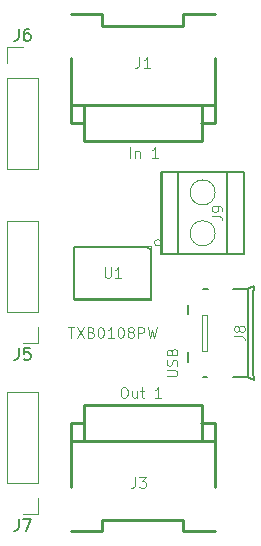
<source format=gbr>
G04 #@! TF.GenerationSoftware,KiCad,Pcbnew,5.0.1*
G04 #@! TF.CreationDate,2018-11-17T00:42:23+11:00*
G04 #@! TF.ProjectId,grove-level-shifter,67726F76652D6C6576656C2D73686966,rev?*
G04 #@! TF.SameCoordinates,Original*
G04 #@! TF.FileFunction,Legend,Top*
G04 #@! TF.FilePolarity,Positive*
%FSLAX46Y46*%
G04 Gerber Fmt 4.6, Leading zero omitted, Abs format (unit mm)*
G04 Created by KiCad (PCBNEW 5.0.1) date Sat 17 Nov 2018 00:42:23 AEDT*
%MOMM*%
%LPD*%
G01*
G04 APERTURE LIST*
%ADD10C,0.254000*%
%ADD11C,0.120000*%
%ADD12C,0.127000*%
%ADD13C,0.066040*%
%ADD14C,0.063500*%
%ADD15C,0.100000*%
%ADD16C,0.101600*%
%ADD17C,0.150000*%
G04 APERTURE END LIST*
D10*
G04 #@! TO.C,J1*
X44038520Y-26360120D02*
X46639480Y-26360120D01*
X44038520Y-27360880D02*
X44038520Y-26360120D01*
X37241480Y-27360880D02*
X44038520Y-27360880D01*
X37241480Y-26360120D02*
X37241480Y-27360880D01*
X34640520Y-26360120D02*
X37241480Y-26360120D01*
X44038520Y-27360880D02*
X44038520Y-26360120D01*
X37241480Y-27360880D02*
X44038520Y-27360880D01*
X37241480Y-26360120D02*
X37241480Y-27360880D01*
X35641280Y-37058600D02*
X35641280Y-35361880D01*
X45638720Y-37058600D02*
X35641280Y-37058600D01*
X45638720Y-35460940D02*
X45638720Y-37058600D01*
X46738540Y-30096460D02*
X46738540Y-35460940D01*
X34541460Y-30096460D02*
X34541460Y-35361880D01*
X46738540Y-34061400D02*
X46738540Y-30096460D01*
X34541460Y-34061400D02*
X34541460Y-30096460D01*
X45613320Y-35560000D02*
X46692820Y-35560000D01*
X34587180Y-35560000D02*
X35666680Y-35560000D01*
X46738540Y-35560000D02*
X46738540Y-34061400D01*
X45638720Y-35560000D02*
X46738540Y-35560000D01*
X45638720Y-34061400D02*
X45638720Y-35560000D01*
X35641280Y-34061400D02*
X45638720Y-34061400D01*
X35641280Y-35560000D02*
X35641280Y-34061400D01*
X34541460Y-35560000D02*
X35641280Y-35560000D01*
X34541460Y-34061400D02*
X34541460Y-35560000D01*
X44038520Y-26360120D02*
X46738540Y-26360120D01*
X34541460Y-26360120D02*
X37241480Y-26360120D01*
X45638720Y-34061400D02*
X46738540Y-34061400D01*
X34541460Y-34061400D02*
X35641280Y-34061400D01*
G04 #@! TO.C,J3*
X37241480Y-70159880D02*
X34640520Y-70159880D01*
X37241480Y-69159120D02*
X37241480Y-70159880D01*
X44038520Y-69159120D02*
X37241480Y-69159120D01*
X44038520Y-70159880D02*
X44038520Y-69159120D01*
X46639480Y-70159880D02*
X44038520Y-70159880D01*
X37241480Y-69159120D02*
X37241480Y-70159880D01*
X44038520Y-69159120D02*
X37241480Y-69159120D01*
X44038520Y-70159880D02*
X44038520Y-69159120D01*
X45638720Y-59461400D02*
X45638720Y-61158120D01*
X35641280Y-59461400D02*
X45638720Y-59461400D01*
X35641280Y-61059060D02*
X35641280Y-59461400D01*
X34541460Y-66423540D02*
X34541460Y-61059060D01*
X46738540Y-66423540D02*
X46738540Y-61158120D01*
X34541460Y-62458600D02*
X34541460Y-66423540D01*
X46738540Y-62458600D02*
X46738540Y-66423540D01*
X35666680Y-60960000D02*
X34587180Y-60960000D01*
X46692820Y-60960000D02*
X45613320Y-60960000D01*
X34541460Y-60960000D02*
X34541460Y-62458600D01*
X35641280Y-60960000D02*
X34541460Y-60960000D01*
X35641280Y-62458600D02*
X35641280Y-60960000D01*
X45638720Y-62458600D02*
X35641280Y-62458600D01*
X45638720Y-60960000D02*
X45638720Y-62458600D01*
X46738540Y-60960000D02*
X45638720Y-60960000D01*
X46738540Y-62458600D02*
X46738540Y-60960000D01*
X37241480Y-70159880D02*
X34541460Y-70159880D01*
X46738540Y-70159880D02*
X44038520Y-70159880D01*
X35641280Y-62458600D02*
X34541460Y-62458600D01*
X46738540Y-62458600D02*
X45638720Y-62458600D01*
D11*
G04 #@! TO.C,J5*
X31810000Y-54162000D02*
X30480000Y-54162000D01*
X31810000Y-52832000D02*
X31810000Y-54162000D01*
X31810000Y-51562000D02*
X29150000Y-51562000D01*
X29150000Y-51562000D02*
X29150000Y-43882000D01*
X31810000Y-51562000D02*
X31810000Y-43882000D01*
X31810000Y-43882000D02*
X29150000Y-43882000D01*
G04 #@! TO.C,J6*
X29150000Y-29150000D02*
X30480000Y-29150000D01*
X29150000Y-30480000D02*
X29150000Y-29150000D01*
X29150000Y-31750000D02*
X31810000Y-31750000D01*
X31810000Y-31750000D02*
X31810000Y-39430000D01*
X29150000Y-31750000D02*
X29150000Y-39430000D01*
X29150000Y-39430000D02*
X31810000Y-39430000D01*
G04 #@! TO.C,J7*
X31810000Y-58360000D02*
X29150000Y-58360000D01*
X31810000Y-66040000D02*
X31810000Y-58360000D01*
X29150000Y-66040000D02*
X29150000Y-58360000D01*
X31810000Y-66040000D02*
X29150000Y-66040000D01*
X31810000Y-67310000D02*
X31810000Y-68640000D01*
X31810000Y-68640000D02*
X30480000Y-68640000D01*
D12*
G04 #@! TO.C,J8*
X46047660Y-57038240D02*
X45747940Y-57038240D01*
X49448720Y-57038240D02*
X48249840Y-57038240D01*
X48249840Y-49641760D02*
X49448720Y-49641760D01*
X45747940Y-49641760D02*
X46149260Y-49641760D01*
X44450000Y-51742340D02*
X44450000Y-50942240D01*
X44450000Y-54937660D02*
X44450000Y-55839360D01*
X49949100Y-50142140D02*
X50048160Y-49342040D01*
X49949100Y-56639460D02*
X50048160Y-57337960D01*
X49949100Y-56639460D02*
X49949100Y-50142140D01*
X49547780Y-57038240D02*
X49547780Y-49641760D01*
X49448720Y-49641760D02*
X50048160Y-49342040D01*
X49448720Y-57038240D02*
X50048160Y-57337960D01*
D13*
X46047660Y-54838600D02*
X45648880Y-54838600D01*
X45648880Y-54838600D02*
X45648880Y-51841400D01*
X46047660Y-51841400D02*
X45648880Y-51841400D01*
X46047660Y-54838600D02*
X46047660Y-51841400D01*
D14*
G04 #@! TO.C,J9*
X46779670Y-41450260D02*
G75*
G03X46779670Y-41450260I-1059670J0D01*
G01*
X46779670Y-44909740D02*
G75*
G03X46779670Y-44909740I-1059670J0D01*
G01*
D12*
X47818040Y-46677580D02*
X47818040Y-39682420D01*
X43621960Y-46677580D02*
X43621960Y-39682420D01*
X43621960Y-46677580D02*
X42222420Y-46677580D01*
X47818040Y-46677580D02*
X43621960Y-46677580D01*
X49217580Y-46677580D02*
X47818040Y-46677580D01*
X49217580Y-39682420D02*
X49217580Y-46677580D01*
X47818040Y-39682420D02*
X49217580Y-39682420D01*
X43621960Y-39682420D02*
X47818040Y-39682420D01*
X42222420Y-39682420D02*
X43621960Y-39682420D01*
X42222420Y-46677580D02*
X42222420Y-39682420D01*
D13*
X49149000Y-46609000D02*
X42291000Y-46609000D01*
X42291000Y-46609000D02*
X42291000Y-39751000D01*
X49149000Y-39751000D02*
X42291000Y-39751000D01*
X49149000Y-46609000D02*
X49149000Y-39751000D01*
D15*
G04 #@! TO.C,U1*
X42179408Y-45720000D02*
G75*
G03X42179408Y-45720000I-269408J0D01*
G01*
D12*
X41348660Y-46365160D02*
X41348660Y-50459640D01*
X41043860Y-46060360D02*
X41348660Y-46365160D01*
X34851340Y-46060360D02*
X41043860Y-46060360D01*
X34851340Y-50459640D02*
X34851340Y-46060360D01*
X41348660Y-50459640D02*
X34851340Y-50459640D01*
D13*
X41348660Y-45986700D02*
X41348660Y-50533300D01*
X41348660Y-50533300D02*
X34851340Y-50533300D01*
X34851340Y-45986700D02*
X34851340Y-50533300D01*
X41348660Y-45986700D02*
X34851340Y-45986700D01*
G04 #@! TO.C,J1*
D16*
X40343666Y-29993166D02*
X40343666Y-30628166D01*
X40301333Y-30755166D01*
X40216666Y-30839833D01*
X40089666Y-30882166D01*
X40005000Y-30882166D01*
X41232666Y-30882166D02*
X40724666Y-30882166D01*
X40978666Y-30882166D02*
X40978666Y-29993166D01*
X40894000Y-30120166D01*
X40809333Y-30204833D01*
X40724666Y-30247166D01*
X39602833Y-38502166D02*
X39602833Y-37613166D01*
X40026166Y-37909500D02*
X40026166Y-38502166D01*
X40026166Y-37994166D02*
X40068500Y-37951833D01*
X40153166Y-37909500D01*
X40280166Y-37909500D01*
X40364833Y-37951833D01*
X40407166Y-38036500D01*
X40407166Y-38502166D01*
X41973500Y-38502166D02*
X41465500Y-38502166D01*
X41719500Y-38502166D02*
X41719500Y-37613166D01*
X41634833Y-37740166D01*
X41550166Y-37824833D01*
X41465500Y-37867166D01*
G04 #@! TO.C,J3*
X40026166Y-65553166D02*
X40026166Y-66188166D01*
X39983833Y-66315166D01*
X39899166Y-66399833D01*
X39772166Y-66442166D01*
X39687500Y-66442166D01*
X40364833Y-65553166D02*
X40915166Y-65553166D01*
X40618833Y-65891833D01*
X40745833Y-65891833D01*
X40830500Y-65934166D01*
X40872833Y-65976500D01*
X40915166Y-66061166D01*
X40915166Y-66272833D01*
X40872833Y-66357500D01*
X40830500Y-66399833D01*
X40745833Y-66442166D01*
X40491833Y-66442166D01*
X40407166Y-66399833D01*
X40364833Y-66357500D01*
X39010166Y-57933166D02*
X39179500Y-57933166D01*
X39264166Y-57975500D01*
X39348833Y-58060166D01*
X39391166Y-58229500D01*
X39391166Y-58525833D01*
X39348833Y-58695166D01*
X39264166Y-58779833D01*
X39179500Y-58822166D01*
X39010166Y-58822166D01*
X38925500Y-58779833D01*
X38840833Y-58695166D01*
X38798500Y-58525833D01*
X38798500Y-58229500D01*
X38840833Y-58060166D01*
X38925500Y-57975500D01*
X39010166Y-57933166D01*
X40153166Y-58229500D02*
X40153166Y-58822166D01*
X39772166Y-58229500D02*
X39772166Y-58695166D01*
X39814500Y-58779833D01*
X39899166Y-58822166D01*
X40026166Y-58822166D01*
X40110833Y-58779833D01*
X40153166Y-58737500D01*
X40449500Y-58229500D02*
X40788166Y-58229500D01*
X40576500Y-57933166D02*
X40576500Y-58695166D01*
X40618833Y-58779833D01*
X40703500Y-58822166D01*
X40788166Y-58822166D01*
X42227500Y-58822166D02*
X41719500Y-58822166D01*
X41973500Y-58822166D02*
X41973500Y-57933166D01*
X41888833Y-58060166D01*
X41804166Y-58144833D01*
X41719500Y-58187166D01*
G04 #@! TO.C,J5*
D17*
X30146666Y-54614380D02*
X30146666Y-55328666D01*
X30099047Y-55471523D01*
X30003809Y-55566761D01*
X29860952Y-55614380D01*
X29765714Y-55614380D01*
X31099047Y-54614380D02*
X30622857Y-54614380D01*
X30575238Y-55090571D01*
X30622857Y-55042952D01*
X30718095Y-54995333D01*
X30956190Y-54995333D01*
X31051428Y-55042952D01*
X31099047Y-55090571D01*
X31146666Y-55185809D01*
X31146666Y-55423904D01*
X31099047Y-55519142D01*
X31051428Y-55566761D01*
X30956190Y-55614380D01*
X30718095Y-55614380D01*
X30622857Y-55566761D01*
X30575238Y-55519142D01*
G04 #@! TO.C,J6*
X30146666Y-27602380D02*
X30146666Y-28316666D01*
X30099047Y-28459523D01*
X30003809Y-28554761D01*
X29860952Y-28602380D01*
X29765714Y-28602380D01*
X31051428Y-27602380D02*
X30860952Y-27602380D01*
X30765714Y-27650000D01*
X30718095Y-27697619D01*
X30622857Y-27840476D01*
X30575238Y-28030952D01*
X30575238Y-28411904D01*
X30622857Y-28507142D01*
X30670476Y-28554761D01*
X30765714Y-28602380D01*
X30956190Y-28602380D01*
X31051428Y-28554761D01*
X31099047Y-28507142D01*
X31146666Y-28411904D01*
X31146666Y-28173809D01*
X31099047Y-28078571D01*
X31051428Y-28030952D01*
X30956190Y-27983333D01*
X30765714Y-27983333D01*
X30670476Y-28030952D01*
X30622857Y-28078571D01*
X30575238Y-28173809D01*
G04 #@! TO.C,J7*
X30146666Y-69092380D02*
X30146666Y-69806666D01*
X30099047Y-69949523D01*
X30003809Y-70044761D01*
X29860952Y-70092380D01*
X29765714Y-70092380D01*
X30527619Y-69092380D02*
X31194285Y-69092380D01*
X30765714Y-70092380D01*
G04 #@! TO.C,J8*
D16*
X48408166Y-53636333D02*
X49043166Y-53636333D01*
X49170166Y-53678666D01*
X49254833Y-53763333D01*
X49297166Y-53890333D01*
X49297166Y-53975000D01*
X48789166Y-53086000D02*
X48746833Y-53170666D01*
X48704500Y-53213000D01*
X48619833Y-53255333D01*
X48577500Y-53255333D01*
X48492833Y-53213000D01*
X48450500Y-53170666D01*
X48408166Y-53086000D01*
X48408166Y-52916666D01*
X48450500Y-52832000D01*
X48492833Y-52789666D01*
X48577500Y-52747333D01*
X48619833Y-52747333D01*
X48704500Y-52789666D01*
X48746833Y-52832000D01*
X48789166Y-52916666D01*
X48789166Y-53086000D01*
X48831500Y-53170666D01*
X48873833Y-53213000D01*
X48958500Y-53255333D01*
X49127833Y-53255333D01*
X49212500Y-53213000D01*
X49254833Y-53170666D01*
X49297166Y-53086000D01*
X49297166Y-52916666D01*
X49254833Y-52832000D01*
X49212500Y-52789666D01*
X49127833Y-52747333D01*
X48958500Y-52747333D01*
X48873833Y-52789666D01*
X48831500Y-52832000D01*
X48789166Y-52916666D01*
X42693166Y-57001833D02*
X43412833Y-57001833D01*
X43497500Y-56959500D01*
X43539833Y-56917166D01*
X43582166Y-56832500D01*
X43582166Y-56663166D01*
X43539833Y-56578500D01*
X43497500Y-56536166D01*
X43412833Y-56493833D01*
X42693166Y-56493833D01*
X43539833Y-56112833D02*
X43582166Y-55985833D01*
X43582166Y-55774166D01*
X43539833Y-55689500D01*
X43497500Y-55647166D01*
X43412833Y-55604833D01*
X43328166Y-55604833D01*
X43243500Y-55647166D01*
X43201166Y-55689500D01*
X43158833Y-55774166D01*
X43116500Y-55943500D01*
X43074166Y-56028166D01*
X43031833Y-56070500D01*
X42947166Y-56112833D01*
X42862500Y-56112833D01*
X42777833Y-56070500D01*
X42735500Y-56028166D01*
X42693166Y-55943500D01*
X42693166Y-55731833D01*
X42735500Y-55604833D01*
X43116500Y-54927500D02*
X43158833Y-54800500D01*
X43201166Y-54758166D01*
X43285833Y-54715833D01*
X43412833Y-54715833D01*
X43497500Y-54758166D01*
X43539833Y-54800500D01*
X43582166Y-54885166D01*
X43582166Y-55223833D01*
X42693166Y-55223833D01*
X42693166Y-54927500D01*
X42735500Y-54842833D01*
X42777833Y-54800500D01*
X42862500Y-54758166D01*
X42947166Y-54758166D01*
X43031833Y-54800500D01*
X43074166Y-54842833D01*
X43116500Y-54927500D01*
X43116500Y-55223833D01*
G04 #@! TO.C,J9*
X46503166Y-43476333D02*
X47138166Y-43476333D01*
X47265166Y-43518666D01*
X47349833Y-43603333D01*
X47392166Y-43730333D01*
X47392166Y-43815000D01*
X47392166Y-43010666D02*
X47392166Y-42841333D01*
X47349833Y-42756666D01*
X47307500Y-42714333D01*
X47180500Y-42629666D01*
X47011166Y-42587333D01*
X46672500Y-42587333D01*
X46587833Y-42629666D01*
X46545500Y-42672000D01*
X46503166Y-42756666D01*
X46503166Y-42926000D01*
X46545500Y-43010666D01*
X46587833Y-43053000D01*
X46672500Y-43095333D01*
X46884166Y-43095333D01*
X46968833Y-43053000D01*
X47011166Y-43010666D01*
X47053500Y-42926000D01*
X47053500Y-42756666D01*
X47011166Y-42672000D01*
X46968833Y-42629666D01*
X46884166Y-42587333D01*
G04 #@! TO.C,U1*
X37422666Y-47773166D02*
X37422666Y-48492833D01*
X37465000Y-48577500D01*
X37507333Y-48619833D01*
X37592000Y-48662166D01*
X37761333Y-48662166D01*
X37846000Y-48619833D01*
X37888333Y-48577500D01*
X37930666Y-48492833D01*
X37930666Y-47773166D01*
X38819666Y-48662166D02*
X38311666Y-48662166D01*
X38565666Y-48662166D02*
X38565666Y-47773166D01*
X38481000Y-47900166D01*
X38396333Y-47984833D01*
X38311666Y-48027166D01*
X34332333Y-52853166D02*
X34840333Y-52853166D01*
X34586333Y-53742166D02*
X34586333Y-52853166D01*
X35052000Y-52853166D02*
X35644666Y-53742166D01*
X35644666Y-52853166D02*
X35052000Y-53742166D01*
X36279666Y-53276500D02*
X36406666Y-53318833D01*
X36449000Y-53361166D01*
X36491333Y-53445833D01*
X36491333Y-53572833D01*
X36449000Y-53657500D01*
X36406666Y-53699833D01*
X36322000Y-53742166D01*
X35983333Y-53742166D01*
X35983333Y-52853166D01*
X36279666Y-52853166D01*
X36364333Y-52895500D01*
X36406666Y-52937833D01*
X36449000Y-53022500D01*
X36449000Y-53107166D01*
X36406666Y-53191833D01*
X36364333Y-53234166D01*
X36279666Y-53276500D01*
X35983333Y-53276500D01*
X37041666Y-52853166D02*
X37126333Y-52853166D01*
X37211000Y-52895500D01*
X37253333Y-52937833D01*
X37295666Y-53022500D01*
X37338000Y-53191833D01*
X37338000Y-53403500D01*
X37295666Y-53572833D01*
X37253333Y-53657500D01*
X37211000Y-53699833D01*
X37126333Y-53742166D01*
X37041666Y-53742166D01*
X36957000Y-53699833D01*
X36914666Y-53657500D01*
X36872333Y-53572833D01*
X36830000Y-53403500D01*
X36830000Y-53191833D01*
X36872333Y-53022500D01*
X36914666Y-52937833D01*
X36957000Y-52895500D01*
X37041666Y-52853166D01*
X38184666Y-53742166D02*
X37676666Y-53742166D01*
X37930666Y-53742166D02*
X37930666Y-52853166D01*
X37846000Y-52980166D01*
X37761333Y-53064833D01*
X37676666Y-53107166D01*
X38735000Y-52853166D02*
X38819666Y-52853166D01*
X38904333Y-52895500D01*
X38946666Y-52937833D01*
X38989000Y-53022500D01*
X39031333Y-53191833D01*
X39031333Y-53403500D01*
X38989000Y-53572833D01*
X38946666Y-53657500D01*
X38904333Y-53699833D01*
X38819666Y-53742166D01*
X38735000Y-53742166D01*
X38650333Y-53699833D01*
X38608000Y-53657500D01*
X38565666Y-53572833D01*
X38523333Y-53403500D01*
X38523333Y-53191833D01*
X38565666Y-53022500D01*
X38608000Y-52937833D01*
X38650333Y-52895500D01*
X38735000Y-52853166D01*
X39539333Y-53234166D02*
X39454666Y-53191833D01*
X39412333Y-53149500D01*
X39370000Y-53064833D01*
X39370000Y-53022500D01*
X39412333Y-52937833D01*
X39454666Y-52895500D01*
X39539333Y-52853166D01*
X39708666Y-52853166D01*
X39793333Y-52895500D01*
X39835666Y-52937833D01*
X39878000Y-53022500D01*
X39878000Y-53064833D01*
X39835666Y-53149500D01*
X39793333Y-53191833D01*
X39708666Y-53234166D01*
X39539333Y-53234166D01*
X39454666Y-53276500D01*
X39412333Y-53318833D01*
X39370000Y-53403500D01*
X39370000Y-53572833D01*
X39412333Y-53657500D01*
X39454666Y-53699833D01*
X39539333Y-53742166D01*
X39708666Y-53742166D01*
X39793333Y-53699833D01*
X39835666Y-53657500D01*
X39878000Y-53572833D01*
X39878000Y-53403500D01*
X39835666Y-53318833D01*
X39793333Y-53276500D01*
X39708666Y-53234166D01*
X40259000Y-53742166D02*
X40259000Y-52853166D01*
X40597666Y-52853166D01*
X40682333Y-52895500D01*
X40724666Y-52937833D01*
X40767000Y-53022500D01*
X40767000Y-53149500D01*
X40724666Y-53234166D01*
X40682333Y-53276500D01*
X40597666Y-53318833D01*
X40259000Y-53318833D01*
X41063333Y-52853166D02*
X41275000Y-53742166D01*
X41444333Y-53107166D01*
X41613666Y-53742166D01*
X41825333Y-52853166D01*
G04 #@! TD*
M02*

</source>
